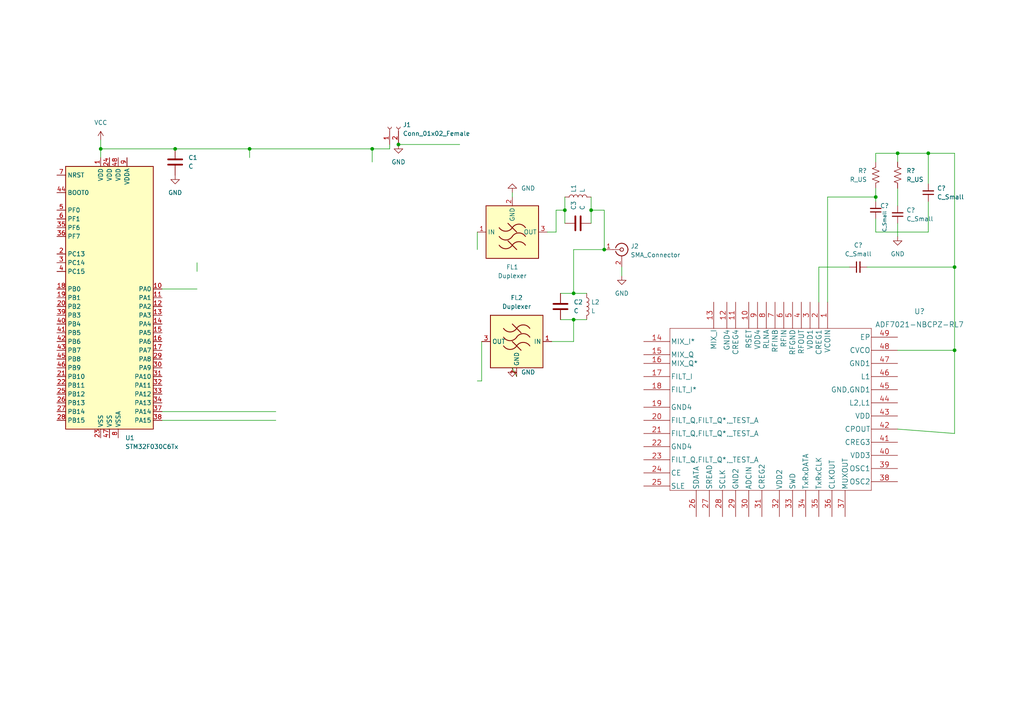
<source format=kicad_sch>
(kicad_sch (version 20211123) (generator eeschema)
  (paper "A4")
  (lib_symbols
    (symbol "2023-01-05_17-34-24:ADF7021-NBCPZ-RL7" (pin_names (offset 0.254))
      (property "Reference" "U" (at 0 43.18 0))
      (property "Value" "ADF7021-NBCPZ-RL7" (at 0 40.64 0))
      (symbol "ADF7021-NBCPZ-RL7_1_1"
        (polyline (pts (xy -29.21 -29.21) (xy 29.21 -29.21)) (stroke (width 0.127)))
        (polyline (pts (xy -29.21 17.78) (xy -29.21 -29.21)) (stroke (width 0.127)))
        (polyline (pts (xy 29.21 -29.21) (xy 29.21 17.78)) (stroke (width 0.127)))
        (polyline (pts (xy 29.21 17.78) (xy -29.21 17.78)) (stroke (width 0.127)))
        (pin unspecified line (at 16.51 25.4 270) (length 7.62) (name "VCOIN") (number "1"))
        (pin unspecified line (at -6.35 25.4 270) (length 7.62) (name "RSET") (number "10"))
        (pin power_in line (at -10.16 25.4 270) (length 7.62) (name "CREG4") (number "11"))
        (pin unspecified line (at -12.7 25.4 270) (length 7.62) (name "GND4") (number "12"))
        (pin unspecified line (at -16.51 25.4 270) (length 7.62) (name "MIX_I") (number "13"))
        (pin unspecified line (at -36.83 13.97 0) (length 7.62) (name "MIX_I*") (number "14"))
        (pin unspecified line (at -36.83 10.16 0) (length 7.62) (name "MIX_Q") (number "15"))
        (pin unspecified line (at -36.83 7.62 0) (length 7.62) (name "MIX_Q*") (number "16"))
        (pin unspecified line (at -36.83 3.81 0) (length 7.62) (name "FILT_I") (number "17"))
        (pin unspecified line (at -36.83 0 0) (length 7.62) (name "FILT_I*") (number "18"))
        (pin unspecified line (at -36.83 -5.08 0) (length 7.62) (name "GND4") (number "19"))
        (pin power_in line (at 13.97 25.4 270) (length 7.62) (name "CREG1") (number "2"))
        (pin unspecified line (at -36.83 -8.89 0) (length 7.62) (name "FILT_Q,FILT_Q*,_TEST_A") (number "20"))
        (pin unspecified line (at -36.83 -12.7 0) (length 7.62) (name "FILT_Q,FILT_Q*,_TEST_A") (number "21"))
        (pin unspecified line (at -36.83 -16.51 0) (length 7.62) (name "GND4") (number "22"))
        (pin unspecified line (at -36.83 -20.32 0) (length 7.62) (name "FILT_Q,FILT_Q*,_TEST_A") (number "23"))
        (pin unspecified line (at -36.83 -24.13 0) (length 7.62) (name "CE") (number "24"))
        (pin unspecified line (at -36.83 -27.94 0) (length 7.62) (name "SLE") (number "25"))
        (pin unspecified line (at -21.59 -36.83 90) (length 7.62) (name "SDATA") (number "26"))
        (pin unspecified line (at -17.78 -36.83 90) (length 7.62) (name "SREAD") (number "27"))
        (pin unspecified line (at -13.97 -36.83 90) (length 7.62) (name "SCLK") (number "28"))
        (pin unspecified line (at -10.16 -36.83 90) (length 7.62) (name "GND2") (number "29"))
        (pin power_in line (at 11.43 25.4 270) (length 7.62) (name "VDD1") (number "3"))
        (pin unspecified line (at -6.35 -36.83 90) (length 7.62) (name "ADCIN") (number "30"))
        (pin power_in line (at -2.54 -36.83 90) (length 7.62) (name "CREG2") (number "31"))
        (pin power_in line (at 2.54 -36.83 90) (length 7.62) (name "VDD2") (number "32"))
        (pin unspecified line (at 6.35 -36.83 90) (length 7.62) (name "SWD") (number "33"))
        (pin unspecified line (at 10.16 -36.83 90) (length 7.62) (name "TxRxDATA") (number "34"))
        (pin unspecified line (at 13.97 -36.83 90) (length 7.62) (name "TxRxCLK") (number "35"))
        (pin unspecified line (at 17.78 -36.83 90) (length 7.62) (name "CLKOUT") (number "36"))
        (pin unspecified line (at 21.59 -36.83 90) (length 7.62) (name "MUXOUT") (number "37"))
        (pin unspecified line (at 36.83 -26.67 180) (length 7.62) (name "OSC2") (number "38"))
        (pin unspecified line (at 36.83 -22.86 180) (length 7.62) (name "OSC1") (number "39"))
        (pin unspecified line (at 8.89 25.4 270) (length 7.62) (name "RFOUT") (number "4"))
        (pin power_in line (at 36.83 -19.05 180) (length 7.62) (name "VDD3") (number "40"))
        (pin power_in line (at 36.83 -15.24 180) (length 7.62) (name "CREG3") (number "41"))
        (pin unspecified line (at 36.83 -11.43 180) (length 7.62) (name "CPOUT") (number "42"))
        (pin power_in line (at 36.83 -7.62 180) (length 7.62) (name "VDD") (number "43"))
        (pin unspecified line (at 36.83 -3.81 180) (length 7.62) (name "L2,L1") (number "44"))
        (pin unspecified line (at 36.83 0 180) (length 7.62) (name "GND,GND1") (number "45"))
        (pin unspecified line (at 36.83 3.81 180) (length 7.62) (name "L1") (number "46"))
        (pin unspecified line (at 36.83 7.62 180) (length 7.62) (name "GND1") (number "47"))
        (pin unspecified line (at 36.83 11.43 180) (length 7.62) (name "CVCO") (number "48"))
        (pin unspecified line (at 36.83 15.24 180) (length 7.62) (name "EP") (number "49"))
        (pin unspecified line (at 6.35 25.4 270) (length 7.62) (name "RFGND") (number "5"))
        (pin unspecified line (at 3.81 25.4 270) (length 7.62) (name "RFIN") (number "6"))
        (pin unspecified line (at 1.27 25.4 270) (length 7.62) (name "RFINB") (number "7"))
        (pin unspecified line (at -1.27 25.4 270) (length 7.62) (name "RLNA") (number "8"))
        (pin power_in line (at -3.81 25.4 270) (length 7.62) (name "VDD4") (number "9"))
      )
    )
    (symbol "Connector:Conn_01x02_Female" (pin_names (offset 1.016) hide)
      (property "Reference" "J" (at 0 2.54 0))
      (property "Value" "Conn_01x02_Female" (at 0 -5.08 0))
      (symbol "Conn_01x02_Female_1_1"
        (arc (start 0 -2.032) (mid -0.508 -2.54) (end 0 -3.048) (stroke (width 0.1524)))
        (polyline (pts (xy -1.27 -2.54) (xy -0.508 -2.54)) (stroke (width 0.1524)))
        (polyline (pts (xy -1.27 0) (xy -0.508 0)) (stroke (width 0.1524)))
        (arc (start 0 0.508) (mid -0.508 0) (end 0 -0.508) (stroke (width 0.1524)))
        (pin passive line (at -5.08 0 0) (length 3.81) (name "Pin_1") (number "1"))
        (pin passive line (at -5.08 -2.54 0) (length 3.81) (name "Pin_2") (number "2"))
      )
    )
    (symbol "Connector:Conn_Coaxial" (pin_names (offset 1.016) hide)
      (property "Reference" "J" (at 0.254 3.048 0))
      (property "Value" "Conn_Coaxial" (at 2.921 0 90))
      (symbol "Conn_Coaxial_0_1"
        (arc (start -1.778 -0.508) (mid 0.222 -1.808) (end 1.778 0) (stroke (width 0.254)))
        (polyline (pts (xy -2.54 0) (xy -0.508 0)))
        (polyline (pts (xy 0 -2.54) (xy 0 -1.778)))
        (circle (center 0 0) (radius 0.508) (stroke (width 0.2032)))
        (arc (start 1.778 0) (mid 0.222 1.8083) (end -1.778 0.508) (stroke (width 0.254)))
      )
      (symbol "Conn_Coaxial_1_1"
        (pin passive line (at -5.08 0 0) (length 2.54) (name "In") (number "1"))
        (pin passive line (at 0 -5.08 90) (length 2.54) (name "Ext") (number "2"))
      )
    )
    (symbol "Device:C" (pin_numbers hide) (pin_names (offset 0.254))
      (property "Reference" "C" (at 0.635 2.54 0))
      (property "Value" "C" (at 0.635 -2.54 0))
      (symbol "C_0_1"
        (polyline (pts (xy -2.032 -0.762) (xy 2.032 -0.762)) (stroke (width 0.508)))
        (polyline (pts (xy -2.032 0.762) (xy 2.032 0.762)) (stroke (width 0.508)))
      )
      (symbol "C_1_1"
        (pin passive line (at 0 3.81 270) (length 2.794) (name "~") (number "1"))
        (pin passive line (at 0 -3.81 90) (length 2.794) (name "~") (number "2"))
      )
    )
    (symbol "Device:C_Small" (pin_numbers hide) (pin_names (offset 0.254) hide)
      (property "Reference" "C" (at 0.254 1.778 0))
      (property "Value" "C_Small" (at 0.254 -2.032 0))
      (symbol "C_Small_0_1"
        (polyline (pts (xy -1.524 -0.508) (xy 1.524 -0.508)) (stroke (width 0.3302)))
        (polyline (pts (xy -1.524 0.508) (xy 1.524 0.508)) (stroke (width 0.3048)))
      )
      (symbol "C_Small_1_1"
        (pin passive line (at 0 2.54 270) (length 2.032) (name "~") (number "1"))
        (pin passive line (at 0 -2.54 90) (length 2.032) (name "~") (number "2"))
      )
    )
    (symbol "Device:L" (pin_numbers hide) (pin_names (offset 1.016) hide)
      (property "Reference" "L" (at -1.27 0 90))
      (property "Value" "L" (at 1.905 0 90))
      (symbol "L_0_1"
        (arc (start 0 -2.54) (mid 0.635 -1.905) (end 0 -1.27))
        (arc (start 0 -1.27) (mid 0.635 -0.635) (end 0 0))
        (arc (start 0 0) (mid 0.635 0.635) (end 0 1.27))
        (arc (start 0 1.27) (mid 0.635 1.905) (end 0 2.54))
      )
      (symbol "L_1_1"
        (pin passive line (at 0 3.81 270) (length 1.27) (name "1") (number "1"))
        (pin passive line (at 0 -3.81 90) (length 1.27) (name "2") (number "2"))
      )
    )
    (symbol "Device:R_US" (pin_numbers hide) (pin_names (offset 0))
      (property "Reference" "R" (at 2.54 0 90))
      (property "Value" "R_US" (at -2.54 0 90))
      (symbol "R_US_0_1"
        (polyline (pts (xy 0 -2.286) (xy 0 -2.54)))
        (polyline (pts (xy 0 2.286) (xy 0 2.54)))
        (polyline (pts (xy 0 -0.762) (xy 1.016 -1.143) (xy 0 -1.524) (xy -1.016 -1.905) (xy 0 -2.286)))
        (polyline (pts (xy 0 0.762) (xy 1.016 0.381) (xy 0 0) (xy -1.016 -0.381) (xy 0 -0.762)))
        (polyline (pts (xy 0 2.286) (xy 1.016 1.905) (xy 0 1.524) (xy -1.016 1.143) (xy 0 0.762)))
      )
      (symbol "R_US_1_1"
        (pin passive line (at 0 3.81 270) (length 1.27) (name "~") (number "1"))
        (pin passive line (at 0 -3.81 90) (length 1.27) (name "~") (number "2"))
      )
    )
    (symbol "MCU_ST_STM32F0:STM32F030C6Tx"
      (property "Reference" "U" (at -12.7 39.37 0))
      (property "Value" "STM32F030C6Tx" (at 7.62 39.37 0))
      (symbol "STM32F030C6Tx_0_1"
        (rectangle (start -12.7 -38.1) (end 12.7 38.1) (stroke (width 0.254)) (fill (type background)))
      )
      (symbol "STM32F030C6Tx_1_1"
        (pin power_in line (at -2.54 40.64 270) (length 2.54) (name "VDD") (number "1"))
        (pin bidirectional line (at 15.24 2.54 180) (length 2.54) (name "PA0") (number "10"))
        (pin bidirectional line (at 15.24 0 180) (length 2.54) (name "PA1") (number "11"))
        (pin bidirectional line (at 15.24 -2.54 180) (length 2.54) (name "PA2") (number "12"))
        (pin bidirectional line (at 15.24 -5.08 180) (length 2.54) (name "PA3") (number "13"))
        (pin bidirectional line (at 15.24 -7.62 180) (length 2.54) (name "PA4") (number "14"))
        (pin bidirectional line (at 15.24 -10.16 180) (length 2.54) (name "PA5") (number "15"))
        (pin bidirectional line (at 15.24 -12.7 180) (length 2.54) (name "PA6") (number "16"))
        (pin bidirectional line (at 15.24 -15.24 180) (length 2.54) (name "PA7") (number "17"))
        (pin bidirectional line (at -15.24 2.54 0) (length 2.54) (name "PB0") (number "18"))
        (pin bidirectional line (at -15.24 0 0) (length 2.54) (name "PB1") (number "19"))
        (pin bidirectional line (at -15.24 12.7 0) (length 2.54) (name "PC13") (number "2"))
        (pin bidirectional line (at -15.24 -2.54 0) (length 2.54) (name "PB2") (number "20"))
        (pin bidirectional line (at -15.24 -22.86 0) (length 2.54) (name "PB10") (number "21"))
        (pin bidirectional line (at -15.24 -25.4 0) (length 2.54) (name "PB11") (number "22"))
        (pin power_in line (at -2.54 -40.64 90) (length 2.54) (name "VSS") (number "23"))
        (pin power_in line (at 0 40.64 270) (length 2.54) (name "VDD") (number "24"))
        (pin bidirectional line (at -15.24 -27.94 0) (length 2.54) (name "PB12") (number "25"))
        (pin bidirectional line (at -15.24 -30.48 0) (length 2.54) (name "PB13") (number "26"))
        (pin bidirectional line (at -15.24 -33.02 0) (length 2.54) (name "PB14") (number "27"))
        (pin bidirectional line (at -15.24 -35.56 0) (length 2.54) (name "PB15") (number "28"))
        (pin bidirectional line (at 15.24 -17.78 180) (length 2.54) (name "PA8") (number "29"))
        (pin bidirectional line (at -15.24 10.16 0) (length 2.54) (name "PC14") (number "3"))
        (pin bidirectional line (at 15.24 -20.32 180) (length 2.54) (name "PA9") (number "30"))
        (pin bidirectional line (at 15.24 -22.86 180) (length 2.54) (name "PA10") (number "31"))
        (pin bidirectional line (at 15.24 -25.4 180) (length 2.54) (name "PA11") (number "32"))
        (pin bidirectional line (at 15.24 -27.94 180) (length 2.54) (name "PA12") (number "33"))
        (pin bidirectional line (at 15.24 -30.48 180) (length 2.54) (name "PA13") (number "34"))
        (pin bidirectional line (at -15.24 20.32 0) (length 2.54) (name "PF6") (number "35"))
        (pin bidirectional line (at -15.24 17.78 0) (length 2.54) (name "PF7") (number "36"))
        (pin bidirectional line (at 15.24 -33.02 180) (length 2.54) (name "PA14") (number "37"))
        (pin bidirectional line (at 15.24 -35.56 180) (length 2.54) (name "PA15") (number "38"))
        (pin bidirectional line (at -15.24 -5.08 0) (length 2.54) (name "PB3") (number "39"))
        (pin bidirectional line (at -15.24 7.62 0) (length 2.54) (name "PC15") (number "4"))
        (pin bidirectional line (at -15.24 -7.62 0) (length 2.54) (name "PB4") (number "40"))
        (pin bidirectional line (at -15.24 -10.16 0) (length 2.54) (name "PB5") (number "41"))
        (pin bidirectional line (at -15.24 -12.7 0) (length 2.54) (name "PB6") (number "42"))
        (pin bidirectional line (at -15.24 -15.24 0) (length 2.54) (name "PB7") (number "43"))
        (pin input line (at -15.24 30.48 0) (length 2.54) (name "BOOT0") (number "44"))
        (pin bidirectional line (at -15.24 -17.78 0) (length 2.54) (name "PB8") (number "45"))
        (pin bidirectional line (at -15.24 -20.32 0) (length 2.54) (name "PB9") (number "46"))
        (pin power_in line (at 0 -40.64 90) (length 2.54) (name "VSS") (number "47"))
        (pin power_in line (at 2.54 40.64 270) (length 2.54) (name "VDD") (number "48"))
        (pin input line (at -15.24 25.4 0) (length 2.54) (name "PF0") (number "5"))
        (pin input line (at -15.24 22.86 0) (length 2.54) (name "PF1") (number "6"))
        (pin input line (at -15.24 35.56 0) (length 2.54) (name "NRST") (number "7"))
        (pin power_in line (at 2.54 -40.64 90) (length 2.54) (name "VSSA") (number "8"))
        (pin power_in line (at 5.08 40.64 270) (length 2.54) (name "VDDA") (number "9"))
      )
    )
    (symbol "RF_Filter:BFCN-1445"
      (property "Reference" "FL" (at 0 10.795 0))
      (property "Value" "BFCN-1445" (at 0 8.89 0))
      (symbol "BFCN-1445_0_1"
        (rectangle (start -7.62 7.62) (end 7.62 -7.62) (stroke (width 0.254)) (fill (type background)))
        (arc (start 0 -1.27) (mid -1.905 -0.2505) (end -3.81 -1.27) (stroke (width 0.254)))
        (arc (start 0 -1.27) (mid 1.905 -2.2895) (end 3.81 -1.27) (stroke (width 0.254)))
        (polyline (pts (xy -1.27 -2.54) (xy 1.27 0)) (stroke (width 0.254)))
        (polyline (pts (xy -1.27 2.54) (xy 1.27 5.08)) (stroke (width 0.254)))
        (arc (start 0 1.27) (mid -1.905 2.2895) (end -3.81 1.27) (stroke (width 0.254)))
        (arc (start 0 1.27) (mid 1.905 0.2505) (end 3.81 1.27) (stroke (width 0.254)))
        (arc (start 0 3.81) (mid -1.905 4.8295) (end -3.81 3.81) (stroke (width 0.254)))
        (arc (start 0 3.81) (mid 1.905 2.7905) (end 3.81 3.81) (stroke (width 0.254)))
      )
      (symbol "BFCN-1445_1_1"
        (pin passive line (at -10.16 0 0) (length 2.54) (name "IN") (number "1"))
        (pin passive line (at 0 -10.16 90) (length 2.54) (name "GND") (number "2"))
        (pin passive line (at 10.16 0 180) (length 2.54) (name "OUT") (number "3"))
        (pin passive line (at 0 -10.16 90) (length 2.54) hide (name "GND") (number "4"))
      )
    )
    (symbol "power:GND" (power) (pin_names (offset 0))
      (property "Value" "GND" (at 0 -3.81 0))
      (symbol "GND_0_1"
        (polyline (pts (xy 0 0) (xy 0 -1.27) (xy 1.27 -1.27) (xy 0 -2.54) (xy -1.27 -1.27) (xy 0 -1.27)))
      )
      (symbol "GND_1_1"
        (pin power_in line (at 0 0 270) (length 0) hide (name "GND") (number "1"))
      )
    )
    (symbol "power:VCC" (power) (pin_names (offset 0))
      (property "Value" "VCC" (at 0 3.81 0))
      (symbol "VCC_0_1"
        (polyline (pts (xy -0.762 1.27) (xy 0 2.54)))
        (polyline (pts (xy 0 0) (xy 0 2.54)))
        (polyline (pts (xy 0 2.54) (xy 0.762 1.27)))
      )
      (symbol "VCC_1_1"
        (pin power_in line (at 0 0 90) (length 0) hide (name "VCC") (number "1"))
      )
    )
  )
  (junction (at 175.26 72.39))
  (junction (at 163.83 60.96))
  (junction (at 166.37 92.71))
  (junction (at 260.35 44.45))
  (junction (at 269.24 44.45))
  (junction (at 72.39 43.18))
  (junction (at 171.45 60.96))
  (junction (at 29.21 43.18))
  (junction (at 115.57 41.91))
  (junction (at 254 57.15))
  (junction (at 276.86 77.47))
  (junction (at 166.37 85.09))
  (junction (at 276.86 101.6))
  (junction (at 50.8 43.18))
  (junction (at 107.95 43.18))
  (wire (pts (xy 107.95 43.18) (xy 107.95 46.99)))
  (wire (pts (xy 240.03 57.15) (xy 240.03 87.63)))
  (wire (pts (xy 269.24 67.31) (xy 269.24 58.42)))
  (wire (pts (xy 57.15 78.74) (xy 57.15 76.2)))
  (wire (pts (xy 254 57.15) (xy 254 54.61)))
  (wire (pts (xy 260.35 101.6) (xy 276.86 101.6)))
  (wire (pts (xy 171.45 60.96) (xy 175.26 60.96)))
  (wire (pts (xy 240.03 57.15) (xy 254 57.15)))
  (wire (pts (xy 254 57.15) (xy 254 58.42)))
  (wire (pts (xy 46.99 121.92) (xy 80.01 121.92)))
  (wire (pts (xy 276.86 77.47) (xy 276.86 101.6)))
  (wire (pts (xy 254 46.99) (xy 254 44.45)))
  (wire (pts (xy 29.21 43.18) (xy 50.8 43.18)))
  (wire (pts (xy 254 63.5) (xy 254 67.31)))
  (wire (pts (xy 166.37 92.71) (xy 166.37 99.06)))
  (wire (pts (xy 107.95 43.18) (xy 113.03 43.18)))
  (wire (pts (xy 113.03 43.18) (xy 113.03 41.91)))
  (wire (pts (xy 148.59 57.15) (xy 148.59 55.88)))
  (wire (pts (xy 46.99 83.82) (xy 57.15 83.82)))
  (wire (pts (xy 149.86 109.22) (xy 148.59 106.68)))
  (wire (pts (xy 237.49 77.47) (xy 246.38 77.47)))
  (wire (pts (xy 160.02 99.06) (xy 166.37 99.06)))
  (wire (pts (xy 166.37 85.09) (xy 170.18 85.09)))
  (wire (pts (xy 269.24 44.45) (xy 276.86 44.45)))
  (wire (pts (xy 260.35 44.45) (xy 269.24 44.45)))
  (wire (pts (xy 260.35 124.46) (xy 276.86 125.73)))
  (wire (pts (xy 260.35 54.61) (xy 260.35 59.69)))
  (wire (pts (xy 260.35 44.45) (xy 260.35 46.99)))
  (wire (pts (xy 133.35 41.91) (xy 115.57 41.91)))
  (wire (pts (xy 254 67.31) (xy 269.24 67.31)))
  (wire (pts (xy 171.45 64.77) (xy 171.45 60.96)))
  (wire (pts (xy 166.37 92.71) (xy 170.18 92.71)))
  (wire (pts (xy 46.99 119.38) (xy 80.01 119.38)))
  (wire (pts (xy 276.86 101.6) (xy 276.86 125.73)))
  (wire (pts (xy 166.37 72.39) (xy 166.37 85.09)))
  (wire (pts (xy 29.21 40.64) (xy 29.21 43.18)))
  (wire (pts (xy 162.56 92.71) (xy 166.37 92.71)))
  (wire (pts (xy 161.29 60.96) (xy 163.83 60.96)))
  (wire (pts (xy 161.29 60.96) (xy 161.29 67.31)))
  (wire (pts (xy 72.39 43.18) (xy 107.95 43.18)))
  (wire (pts (xy 175.26 72.39) (xy 175.26 60.96)))
  (wire (pts (xy 163.83 64.77) (xy 163.83 60.96)))
  (wire (pts (xy 276.86 44.45) (xy 276.86 77.47)))
  (wire (pts (xy 50.8 43.18) (xy 72.39 43.18)))
  (wire (pts (xy 260.35 64.77) (xy 260.35 68.58)))
  (wire (pts (xy 251.46 77.47) (xy 276.86 77.47)))
  (wire (pts (xy 269.24 44.45) (xy 269.24 53.34)))
  (wire (pts (xy 254 44.45) (xy 260.35 44.45)))
  (wire (pts (xy 139.7 110.49) (xy 138.43 110.49)))
  (wire (pts (xy 138.43 67.31) (xy 138.43 72.39)))
  (wire (pts (xy 72.39 43.18) (xy 72.39 45.72)))
  (wire (pts (xy 180.34 77.47) (xy 180.34 80.01)))
  (wire (pts (xy 139.7 99.06) (xy 139.7 110.49)))
  (wire (pts (xy 158.75 67.31) (xy 161.29 67.31)))
  (wire (pts (xy 163.83 60.96) (xy 163.83 57.15)))
  (wire (pts (xy 237.49 77.47) (xy 237.49 87.63)))
  (wire (pts (xy 29.21 43.18) (xy 29.21 45.72)))
  (wire (pts (xy 162.56 85.09) (xy 166.37 85.09)))
  (wire (pts (xy 171.45 60.96) (xy 171.45 57.15)))
  (wire (pts (xy 166.37 72.39) (xy 175.26 72.39)))
  (symbol (lib_id "Device:R_US") (at 260.35 50.8 180) (unit 1)
    (property "Reference" "R?" (at 262.89 49.5299 0) (effects (justify right)))
    (property "Value" "R_US" (at 262.89 52.0699 0) (effects (justify right)))
  )
  (symbol (lib_id "Connector:Conn_01x02_Female") (at 113.03 36.83 90) (unit 1)
    (property "Reference" "J1" (at 116.84 36.1949 90) (effects (justify right)))
    (property "Value" "Conn_01x02_Female" (at 116.84 38.7349 90) (effects (justify right)))
    (property "Footprint" "Connector_PinHeader_2.00mm:PinHeader_1x02_P2.00mm_Horizontal" (effects hide))
  )
  (symbol (lib_id "power:GND") (at 50.8 50.8 0) (unit 1)
    (property "Reference" "#PWR0110" (effects hide))
    (property "Value" "GND" (at 50.8 55.88 0))
  )
  (symbol (lib_id "Device:C_Small") (at 260.35 62.23 180) (unit 1)
    (property "Reference" "C?" (at 262.89 60.9535 0) (effects (justify right)))
    (property "Value" "C_Small" (at 262.89 63.4935 0) (effects (justify right)))
  )
  (symbol (lib_id "Device:C") (at 162.56 88.9 0) (unit 1)
    (property "Reference" "C2" (at 166.37 87.6299 0) (effects (justify left)))
    (property "Value" "C" (at 166.37 90.1699 0) (effects (justify left)))
    (property "Footprint" "Capacitor_SMD:C_0504_1310Metric" (effects hide))
  )
  (symbol (lib_id "Device:L") (at 167.64 57.15 90) (unit 1)
    (property "Reference" "L1" (at 166.3699 55.88 0) (effects (justify left)))
    (property "Value" "L" (at 168.9099 55.88 0) (effects (justify left)))
    (property "Footprint" "Inductor_SMD:L_0603_1608Metric" (effects hide))
  )
  (symbol (lib_id "2023-01-05_17-34-24:ADF7021-NBCPZ-RL7") (at 223.52 113.03 0) (unit 1)
    (property "Reference" "U?" (at 266.7 90.3248 0) (effects (font (size 1.524 1.524))))
    (property "Value" "ADF7021-NBCPZ-RL7" (at 266.7 94.1348 0) (effects (font (size 1.524 1.524))))
    (property "Footprint" "ADF7021:QFN50P700X700X80-49N" (effects hide))
  )
  (symbol (lib_id "Connector:Conn_Coaxial") (at 180.34 72.39 0) (unit 1)
    (property "Reference" "J2" (at 182.88 71.4131 0) (effects (justify left)))
    (property "Value" "SMA_Connector" (at 182.88 73.9531 0) (effects (justify left)))
    (property "Footprint" "Connector_Coaxial:SMA_Amphenol_132134-14_Vertical" (effects hide))
    (property "Datasheet" " ~" (effects hide))
  )
  (symbol (lib_id "RF_Filter:BFCN-1445") (at 149.86 99.06 0) (mirror y) (unit 1)
    (property "Reference" "FL2" (at 149.86 86.36 0))
    (property "Value" "Duplexer" (at 149.86 88.9 0))
    (property "Footprint" "Filter:Filter_Mini-Circuits_FV1206" (effects hide))
    (property "Datasheet" "https://www.minicircuits.com/pdfs/BFCN-1445+.pdf" (effects hide))
  )
  (symbol (lib_id "power:VCC") (at 29.21 40.64 0) (unit 1)
    (property "Reference" "#PWR0108" (effects hide))
    (property "Value" "VCC" (at 29.21 35.56 0))
  )
  (symbol (lib_id "Device:C_Small") (at 254 60.96 180) (unit 1)
    (property "Reference" "C?" (at 255.27 59.69 0) (effects (justify right)))
    (property "Value" "C_Small" (at 256.54 67.31 90) (effects (font (size 1 1)) (justify right)))
  )
  (symbol (lib_id "power:GND") (at 148.59 106.68 0) (unit 1)
    (property "Reference" "#PWR0113" (effects hide))
    (property "Value" "GND" (at 151.13 107.9499 0) (effects (justify left)))
  )
  (symbol (lib_id "power:GND") (at 180.34 80.01 0) (unit 1)
    (property "Reference" "#PWR0111" (effects hide))
    (property "Value" "GND" (at 180.34 85.09 0))
  )
  (symbol (lib_id "Device:R_US") (at 254 50.8 0) (mirror x) (unit 1)
    (property "Reference" "R?" (at 251.46 49.5299 0) (effects (justify right)))
    (property "Value" "R_US" (at 251.46 52.0699 0) (effects (justify right)))
  )
  (symbol (lib_id "power:GND") (at 148.59 55.88 180) (unit 1)
    (property "Reference" "#PWR0112" (effects hide))
    (property "Value" "GND" (at 151.13 54.6099 0) (effects (justify right)))
  )
  (symbol (lib_id "power:GND") (at 260.35 68.58 0) (unit 1)
    (property "Reference" "#PWR?" (effects hide))
    (property "Value" "GND" (at 260.35 73.66 0))
  )
  (symbol (lib_id "MCU_ST_STM32F0:STM32F030C6Tx") (at 31.75 86.36 0) (unit 1)
    (property "Reference" "U1" (at 36.3094 127 0) (effects (justify left)))
    (property "Value" "STM32F030C6Tx" (at 36.3094 129.54 0) (effects (justify left)))
    (property "Footprint" "Package_QFP:LQFP-48_7x7mm_P0.5mm" (effects hide))
    (property "Datasheet" "http://www.st.com/st-web-ui/static/active/en/resource/technical/document/datasheet/DM00088500.pdf" (effects hide))
  )
  (symbol (lib_id "Device:C_Small") (at 269.24 55.88 180) (unit 1)
    (property "Reference" "C?" (at 271.78 54.6035 0) (effects (justify right)))
    (property "Value" "C_Small" (at 271.78 57.1435 0) (effects (justify right)))
  )
  (symbol (lib_id "power:GND") (at 115.57 41.91 0) (unit 1)
    (property "Reference" "#PWR0103" (effects hide))
    (property "Value" "GND" (at 115.57 46.99 0))
  )
  (symbol (lib_id "Device:L") (at 170.18 88.9 0) (unit 1)
    (property "Reference" "L2" (at 171.45 87.6299 0) (effects (justify left)))
    (property "Value" "L" (at 171.45 90.1699 0) (effects (justify left)))
    (property "Footprint" "Inductor_SMD:L_0603_1608Metric" (effects hide))
  )
  (symbol (lib_id "Device:C") (at 167.64 64.77 90) (unit 1)
    (property "Reference" "C3" (at 166.3699 60.96 0) (effects (justify left)))
    (property "Value" "C" (at 168.9099 60.96 0) (effects (justify left)))
    (property "Footprint" "Capacitor_SMD:C_0504_1310Metric" (effects hide))
  )
  (symbol (lib_id "Device:C_Small") (at 248.92 77.47 90) (unit 1)
    (property "Reference" "C?" (at 248.9263 71.12 90))
    (property "Value" "C_Small" (at 248.9263 73.66 90))
  )
  (symbol (lib_id "RF_Filter:BFCN-1445") (at 148.59 67.31 0) (mirror x) (unit 1)
    (property "Reference" "FL1" (at 148.59 77.47 0))
    (property "Value" "Duplexer" (at 148.59 80.01 0))
    (property "Footprint" "Filter:Filter_Mini-Circuits_FV1206" (effects hide))
    (property "Datasheet" "https://www.minicircuits.com/pdfs/BFCN-1445+.pdf" (effects hide))
  )
  (symbol (lib_id "Device:C") (at 50.8 46.99 0) (unit 1)
    (property "Reference" "C1" (at 54.61 45.7199 0) (effects (justify left)))
    (property "Value" "C" (at 54.61 48.2599 0) (effects (justify left)))
    (property "Footprint" "Capacitor_SMD:C_0504_1310Metric" (effects hide))
  )
)
</source>
